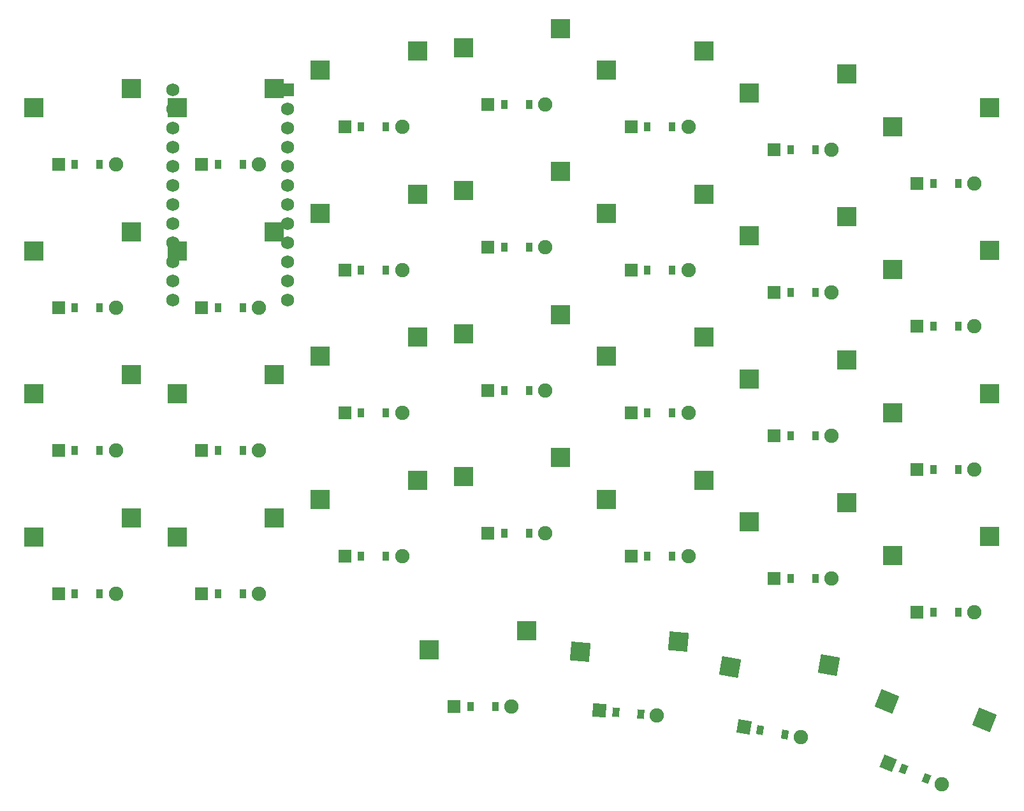
<source format=gbr>
%TF.GenerationSoftware,KiCad,Pcbnew,8.0.6*%
%TF.CreationDate,2024-11-09T22:39:55-08:00*%
%TF.ProjectId,altair,616c7461-6972-42e6-9b69-6361645f7063,v1.0.0*%
%TF.SameCoordinates,Original*%
%TF.FileFunction,Copper,L2,Bot*%
%TF.FilePolarity,Positive*%
%FSLAX46Y46*%
G04 Gerber Fmt 4.6, Leading zero omitted, Abs format (unit mm)*
G04 Created by KiCad (PCBNEW 8.0.6) date 2024-11-09 22:39:55*
%MOMM*%
%LPD*%
G01*
G04 APERTURE LIST*
G04 Aperture macros list*
%AMRotRect*
0 Rectangle, with rotation*
0 The origin of the aperture is its center*
0 $1 length*
0 $2 width*
0 $3 Rotation angle, in degrees counterclockwise*
0 Add horizontal line*
21,1,$1,$2,0,0,$3*%
G04 Aperture macros list end*
%TA.AperFunction,SMDPad,CuDef*%
%ADD10R,2.550000X2.500000*%
%TD*%
%TA.AperFunction,SMDPad,CuDef*%
%ADD11RotRect,2.550000X2.500000X355.000000*%
%TD*%
%TA.AperFunction,SMDPad,CuDef*%
%ADD12RotRect,2.550000X2.500000X350.000000*%
%TD*%
%TA.AperFunction,SMDPad,CuDef*%
%ADD13RotRect,2.550000X2.500000X338.000000*%
%TD*%
%TA.AperFunction,SMDPad,CuDef*%
%ADD14R,0.900000X1.200000*%
%TD*%
%TA.AperFunction,ComponentPad*%
%ADD15R,1.778000X1.778000*%
%TD*%
%TA.AperFunction,ComponentPad*%
%ADD16C,1.905000*%
%TD*%
%TA.AperFunction,SMDPad,CuDef*%
%ADD17RotRect,0.900000X1.200000X355.000000*%
%TD*%
%TA.AperFunction,ComponentPad*%
%ADD18RotRect,1.778000X1.778000X355.000000*%
%TD*%
%TA.AperFunction,SMDPad,CuDef*%
%ADD19RotRect,0.900000X1.200000X350.000000*%
%TD*%
%TA.AperFunction,ComponentPad*%
%ADD20RotRect,1.778000X1.778000X350.000000*%
%TD*%
%TA.AperFunction,SMDPad,CuDef*%
%ADD21RotRect,0.900000X1.200000X338.000000*%
%TD*%
%TA.AperFunction,ComponentPad*%
%ADD22RotRect,1.778000X1.778000X338.000000*%
%TD*%
%TA.AperFunction,ComponentPad*%
%ADD23R,1.752600X1.752600*%
%TD*%
%TA.AperFunction,ComponentPad*%
%ADD24C,1.752600*%
%TD*%
G04 APERTURE END LIST*
D10*
%TO.P,S1,1*%
%TO.N,N/C*%
X92915000Y-97460000D03*
%TO.P,S1,2*%
%TO.N,left_bottom*%
X105842000Y-94920000D03*
%TD*%
%TO.P,S2,1*%
%TO.N,N/C*%
X92915000Y-78460000D03*
%TO.P,S2,2*%
%TO.N,left_home*%
X105842000Y-75920000D03*
%TD*%
%TO.P,S3,1*%
%TO.N,N/C*%
X92915000Y-59460000D03*
%TO.P,S3,2*%
%TO.N,left_top*%
X105842000Y-56920000D03*
%TD*%
%TO.P,S4,1*%
%TO.N,N/C*%
X92915000Y-40460000D03*
%TO.P,S4,2*%
%TO.N,left_num*%
X105842000Y-37920000D03*
%TD*%
%TO.P,S5,1*%
%TO.N,N/C*%
X111915000Y-97460000D03*
%TO.P,S5,2*%
%TO.N,pinky_bottom*%
X124842000Y-94920000D03*
%TD*%
%TO.P,S6,1*%
%TO.N,N/C*%
X111915000Y-78460000D03*
%TO.P,S6,2*%
%TO.N,pinky_home*%
X124842000Y-75920000D03*
%TD*%
%TO.P,S7,1*%
%TO.N,N/C*%
X111915000Y-59460000D03*
%TO.P,S7,2*%
%TO.N,pinky_top*%
X124842000Y-56920000D03*
%TD*%
%TO.P,S8,1*%
%TO.N,N/C*%
X111915000Y-40460000D03*
%TO.P,S8,2*%
%TO.N,pinky_num*%
X124842000Y-37920000D03*
%TD*%
%TO.P,S9,1*%
%TO.N,N/C*%
X130915000Y-92460000D03*
%TO.P,S9,2*%
%TO.N,ring_bottom*%
X143842000Y-89920000D03*
%TD*%
%TO.P,S10,1*%
%TO.N,N/C*%
X130915000Y-73460000D03*
%TO.P,S10,2*%
%TO.N,ring_home*%
X143842000Y-70920000D03*
%TD*%
%TO.P,S11,1*%
%TO.N,N/C*%
X130915000Y-54460000D03*
%TO.P,S11,2*%
%TO.N,ring_top*%
X143842000Y-51920000D03*
%TD*%
%TO.P,S12,1*%
%TO.N,N/C*%
X130915000Y-35460000D03*
%TO.P,S12,2*%
%TO.N,ring_num*%
X143842000Y-32920000D03*
%TD*%
%TO.P,S13,1*%
%TO.N,N/C*%
X149915000Y-89460000D03*
%TO.P,S13,2*%
%TO.N,middle_bottom*%
X162842000Y-86920000D03*
%TD*%
%TO.P,S14,1*%
%TO.N,N/C*%
X149915000Y-70460000D03*
%TO.P,S14,2*%
%TO.N,middle_home*%
X162842000Y-67920000D03*
%TD*%
%TO.P,S15,1*%
%TO.N,N/C*%
X149915000Y-51460000D03*
%TO.P,S15,2*%
%TO.N,middle_top*%
X162842000Y-48920000D03*
%TD*%
%TO.P,S16,1*%
%TO.N,N/C*%
X149915000Y-32460000D03*
%TO.P,S16,2*%
%TO.N,middle_num*%
X162842000Y-29920000D03*
%TD*%
%TO.P,S17,1*%
%TO.N,N/C*%
X168915000Y-92460000D03*
%TO.P,S17,2*%
%TO.N,index_bottom*%
X181842000Y-89920000D03*
%TD*%
%TO.P,S18,1*%
%TO.N,N/C*%
X168915000Y-73460000D03*
%TO.P,S18,2*%
%TO.N,index_home*%
X181842000Y-70920000D03*
%TD*%
%TO.P,S19,1*%
%TO.N,N/C*%
X168915000Y-54460000D03*
%TO.P,S19,2*%
%TO.N,index_top*%
X181842000Y-51920000D03*
%TD*%
%TO.P,S20,1*%
%TO.N,N/C*%
X168915000Y-35460000D03*
%TO.P,S20,2*%
%TO.N,index_num*%
X181842000Y-32920000D03*
%TD*%
%TO.P,S21,1*%
%TO.N,N/C*%
X187915000Y-95460000D03*
%TO.P,S21,2*%
%TO.N,inner_bottom*%
X200842000Y-92920000D03*
%TD*%
%TO.P,S22,1*%
%TO.N,N/C*%
X187915000Y-76460000D03*
%TO.P,S22,2*%
%TO.N,inner_home*%
X200842000Y-73920000D03*
%TD*%
%TO.P,S23,1*%
%TO.N,N/C*%
X187915000Y-57460000D03*
%TO.P,S23,2*%
%TO.N,inner_top*%
X200842000Y-54920000D03*
%TD*%
%TO.P,S24,1*%
%TO.N,N/C*%
X187915000Y-38460000D03*
%TO.P,S24,2*%
%TO.N,inner_num*%
X200842000Y-35920000D03*
%TD*%
%TO.P,S25,1*%
%TO.N,N/C*%
X206915000Y-99960000D03*
%TO.P,S25,2*%
%TO.N,right_bottom*%
X219842000Y-97420000D03*
%TD*%
%TO.P,S26,1*%
%TO.N,N/C*%
X206915000Y-80960000D03*
%TO.P,S26,2*%
%TO.N,right_home*%
X219842000Y-78420000D03*
%TD*%
%TO.P,S27,1*%
%TO.N,N/C*%
X206915000Y-61960000D03*
%TO.P,S27,2*%
%TO.N,right_top*%
X219842000Y-59420000D03*
%TD*%
%TO.P,S28,1*%
%TO.N,N/C*%
X206915000Y-42960000D03*
%TO.P,S28,2*%
%TO.N,right_num*%
X219842000Y-40420000D03*
%TD*%
%TO.P,S29,1*%
%TO.N,N/C*%
X145415000Y-112460000D03*
%TO.P,S29,2*%
%TO.N,left_thumb*%
X158342000Y-109920000D03*
%TD*%
D11*
%TO.P,S30,1*%
%TO.N,N/C*%
X165409685Y-112757972D03*
%TO.P,S30,2*%
%TO.N,home_thumb*%
X178508870Y-111354300D03*
%TD*%
D12*
%TO.P,S31,1*%
%TO.N,N/C*%
X185308007Y-114754216D03*
%TO.P,S31,2*%
%TO.N,far_thumb*%
X198479684Y-114497554D03*
%TD*%
D13*
%TO.P,S32,1*%
%TO.N,N/C*%
X206170441Y-119304305D03*
%TO.P,S32,2*%
%TO.N,out_thumb*%
X219107648Y-121791798D03*
%TD*%
D14*
%TO.P,D1,2*%
%TO.N,left_bottom*%
X101650000Y-105000000D03*
%TO.P,D1,1*%
%TO.N,N/C*%
X98350000Y-105000000D03*
D15*
X96190000Y-105000000D03*
D16*
%TO.P,D1,2*%
%TO.N,left_bottom*%
X103810000Y-105000000D03*
%TD*%
D14*
%TO.P,D2,2*%
%TO.N,left_home*%
X101650000Y-86000000D03*
%TO.P,D2,1*%
%TO.N,N/C*%
X98350000Y-86000000D03*
D15*
X96190000Y-86000000D03*
D16*
%TO.P,D2,2*%
%TO.N,left_home*%
X103810000Y-86000000D03*
%TD*%
D14*
%TO.P,D3,2*%
%TO.N,left_top*%
X101650000Y-67000000D03*
%TO.P,D3,1*%
%TO.N,N/C*%
X98350000Y-67000000D03*
D15*
X96190000Y-67000000D03*
D16*
%TO.P,D3,2*%
%TO.N,left_top*%
X103810000Y-67000000D03*
%TD*%
D14*
%TO.P,D4,2*%
%TO.N,left_num*%
X101650000Y-48000000D03*
%TO.P,D4,1*%
%TO.N,N/C*%
X98350000Y-48000000D03*
D15*
X96190000Y-48000000D03*
D16*
%TO.P,D4,2*%
%TO.N,left_num*%
X103810000Y-48000000D03*
%TD*%
D14*
%TO.P,D5,2*%
%TO.N,pinky_bottom*%
X120650000Y-105000000D03*
%TO.P,D5,1*%
%TO.N,N/C*%
X117350000Y-105000000D03*
D15*
X115190000Y-105000000D03*
D16*
%TO.P,D5,2*%
%TO.N,pinky_bottom*%
X122810000Y-105000000D03*
%TD*%
D14*
%TO.P,D6,2*%
%TO.N,pinky_home*%
X120650000Y-86000000D03*
%TO.P,D6,1*%
%TO.N,N/C*%
X117350000Y-86000000D03*
D15*
X115190000Y-86000000D03*
D16*
%TO.P,D6,2*%
%TO.N,pinky_home*%
X122810000Y-86000000D03*
%TD*%
D14*
%TO.P,D7,2*%
%TO.N,pinky_top*%
X120650000Y-67000000D03*
%TO.P,D7,1*%
%TO.N,N/C*%
X117350000Y-67000000D03*
D15*
X115190000Y-67000000D03*
D16*
%TO.P,D7,2*%
%TO.N,pinky_top*%
X122810000Y-67000000D03*
%TD*%
D14*
%TO.P,D8,2*%
%TO.N,pinky_num*%
X120650000Y-48000000D03*
%TO.P,D8,1*%
%TO.N,N/C*%
X117350000Y-48000000D03*
D15*
X115190000Y-48000000D03*
D16*
%TO.P,D8,2*%
%TO.N,pinky_num*%
X122810000Y-48000000D03*
%TD*%
D14*
%TO.P,D9,2*%
%TO.N,ring_bottom*%
X139650000Y-100000000D03*
%TO.P,D9,1*%
%TO.N,N/C*%
X136350000Y-100000000D03*
D15*
X134190000Y-100000000D03*
D16*
%TO.P,D9,2*%
%TO.N,ring_bottom*%
X141810000Y-100000000D03*
%TD*%
D14*
%TO.P,D10,2*%
%TO.N,ring_home*%
X139650000Y-81000000D03*
%TO.P,D10,1*%
%TO.N,N/C*%
X136350000Y-81000000D03*
D15*
X134190000Y-81000000D03*
D16*
%TO.P,D10,2*%
%TO.N,ring_home*%
X141810000Y-81000000D03*
%TD*%
D14*
%TO.P,D11,2*%
%TO.N,ring_top*%
X139650000Y-62000000D03*
%TO.P,D11,1*%
%TO.N,N/C*%
X136350000Y-62000000D03*
D15*
X134190000Y-62000000D03*
D16*
%TO.P,D11,2*%
%TO.N,ring_top*%
X141810000Y-62000000D03*
%TD*%
D14*
%TO.P,D12,2*%
%TO.N,ring_num*%
X139650000Y-43000000D03*
%TO.P,D12,1*%
%TO.N,N/C*%
X136350000Y-43000000D03*
D15*
X134190000Y-43000000D03*
D16*
%TO.P,D12,2*%
%TO.N,ring_num*%
X141810000Y-43000000D03*
%TD*%
D14*
%TO.P,D13,2*%
%TO.N,middle_bottom*%
X158650000Y-97000000D03*
%TO.P,D13,1*%
%TO.N,N/C*%
X155350000Y-97000000D03*
D15*
X153190000Y-97000000D03*
D16*
%TO.P,D13,2*%
%TO.N,middle_bottom*%
X160810000Y-97000000D03*
%TD*%
D14*
%TO.P,D14,2*%
%TO.N,middle_home*%
X158650000Y-78000000D03*
%TO.P,D14,1*%
%TO.N,N/C*%
X155350000Y-78000000D03*
D15*
X153190000Y-78000000D03*
D16*
%TO.P,D14,2*%
%TO.N,middle_home*%
X160810000Y-78000000D03*
%TD*%
D14*
%TO.P,D15,2*%
%TO.N,middle_top*%
X158650000Y-59000000D03*
%TO.P,D15,1*%
%TO.N,N/C*%
X155350000Y-59000000D03*
D15*
X153190000Y-59000000D03*
D16*
%TO.P,D15,2*%
%TO.N,middle_top*%
X160810000Y-59000000D03*
%TD*%
D14*
%TO.P,D16,2*%
%TO.N,middle_num*%
X158650000Y-40000000D03*
%TO.P,D16,1*%
%TO.N,N/C*%
X155350000Y-40000000D03*
D15*
X153190000Y-40000000D03*
D16*
%TO.P,D16,2*%
%TO.N,middle_num*%
X160810000Y-40000000D03*
%TD*%
D14*
%TO.P,D17,2*%
%TO.N,index_bottom*%
X177650000Y-100000000D03*
%TO.P,D17,1*%
%TO.N,N/C*%
X174350000Y-100000000D03*
D15*
X172190000Y-100000000D03*
D16*
%TO.P,D17,2*%
%TO.N,index_bottom*%
X179810000Y-100000000D03*
%TD*%
D14*
%TO.P,D18,2*%
%TO.N,index_home*%
X177650000Y-81000000D03*
%TO.P,D18,1*%
%TO.N,N/C*%
X174350000Y-81000000D03*
D15*
X172190000Y-81000000D03*
D16*
%TO.P,D18,2*%
%TO.N,index_home*%
X179810000Y-81000000D03*
%TD*%
D14*
%TO.P,D19,2*%
%TO.N,index_top*%
X177650000Y-62000000D03*
%TO.P,D19,1*%
%TO.N,N/C*%
X174350000Y-62000000D03*
D15*
X172190000Y-62000000D03*
D16*
%TO.P,D19,2*%
%TO.N,index_top*%
X179810000Y-62000000D03*
%TD*%
D14*
%TO.P,D20,2*%
%TO.N,index_num*%
X177650000Y-43000000D03*
%TO.P,D20,1*%
%TO.N,N/C*%
X174350000Y-43000000D03*
D15*
X172190000Y-43000000D03*
D16*
%TO.P,D20,2*%
%TO.N,index_num*%
X179810000Y-43000000D03*
%TD*%
D14*
%TO.P,D21,2*%
%TO.N,inner_bottom*%
X196650000Y-103000000D03*
%TO.P,D21,1*%
%TO.N,N/C*%
X193350000Y-103000000D03*
D15*
X191190000Y-103000000D03*
D16*
%TO.P,D21,2*%
%TO.N,inner_bottom*%
X198810000Y-103000000D03*
%TD*%
D14*
%TO.P,D22,2*%
%TO.N,inner_home*%
X196650000Y-84000000D03*
%TO.P,D22,1*%
%TO.N,N/C*%
X193350000Y-84000000D03*
D15*
X191190000Y-84000000D03*
D16*
%TO.P,D22,2*%
%TO.N,inner_home*%
X198810000Y-84000000D03*
%TD*%
D14*
%TO.P,D23,2*%
%TO.N,inner_top*%
X196650000Y-65000000D03*
%TO.P,D23,1*%
%TO.N,N/C*%
X193350000Y-65000000D03*
D15*
X191190000Y-65000000D03*
D16*
%TO.P,D23,2*%
%TO.N,inner_top*%
X198810000Y-65000000D03*
%TD*%
D14*
%TO.P,D24,2*%
%TO.N,inner_num*%
X196650000Y-46000000D03*
%TO.P,D24,1*%
%TO.N,N/C*%
X193350000Y-46000000D03*
D15*
X191190000Y-46000000D03*
D16*
%TO.P,D24,2*%
%TO.N,inner_num*%
X198810000Y-46000000D03*
%TD*%
D14*
%TO.P,D25,2*%
%TO.N,right_bottom*%
X215650000Y-107500000D03*
%TO.P,D25,1*%
%TO.N,N/C*%
X212350000Y-107500000D03*
D15*
X210190000Y-107500000D03*
D16*
%TO.P,D25,2*%
%TO.N,right_bottom*%
X217810000Y-107500000D03*
%TD*%
D14*
%TO.P,D26,2*%
%TO.N,right_home*%
X215650000Y-88500000D03*
%TO.P,D26,1*%
%TO.N,N/C*%
X212350000Y-88500000D03*
D15*
X210190000Y-88500000D03*
D16*
%TO.P,D26,2*%
%TO.N,right_home*%
X217810000Y-88500000D03*
%TD*%
D14*
%TO.P,D27,2*%
%TO.N,right_top*%
X215650000Y-69500000D03*
%TO.P,D27,1*%
%TO.N,N/C*%
X212350000Y-69500000D03*
D15*
X210190000Y-69500000D03*
D16*
%TO.P,D27,2*%
%TO.N,right_top*%
X217810000Y-69500000D03*
%TD*%
D14*
%TO.P,D28,2*%
%TO.N,right_num*%
X215650000Y-50500000D03*
%TO.P,D28,1*%
%TO.N,N/C*%
X212350000Y-50500000D03*
D15*
X210190000Y-50500000D03*
D16*
%TO.P,D28,2*%
%TO.N,right_num*%
X217810000Y-50500000D03*
%TD*%
D14*
%TO.P,D29,2*%
%TO.N,left_thumb*%
X154150000Y-120000000D03*
%TO.P,D29,1*%
%TO.N,N/C*%
X150850000Y-120000000D03*
D15*
X148690000Y-120000000D03*
D16*
%TO.P,D29,2*%
%TO.N,left_thumb*%
X156310000Y-120000000D03*
%TD*%
D17*
%TO.P,D30,2*%
%TO.N,home_thumb*%
X173454291Y-121030586D03*
%TO.P,D30,1*%
%TO.N,N/C*%
X170166849Y-120742972D03*
D18*
X168015068Y-120554716D03*
D16*
%TO.P,D30,2*%
%TO.N,home_thumb*%
X175606072Y-121218842D03*
%TD*%
D19*
%TO.P,D31,2*%
%TO.N,far_thumb*%
X192600996Y-123696483D03*
%TO.P,D31,1*%
%TO.N,N/C*%
X189351130Y-123123445D03*
D20*
X187223945Y-122748364D03*
D16*
%TO.P,D31,2*%
%TO.N,far_thumb*%
X194728181Y-124071564D03*
%TD*%
D21*
%TO.P,D32,2*%
%TO.N,out_thumb*%
X211444858Y-129567460D03*
%TO.P,D32,1*%
%TO.N,N/C*%
X208385152Y-128331258D03*
D22*
X206382435Y-127522108D03*
D16*
%TO.P,D32,2*%
%TO.N,out_thumb*%
X213447575Y-130376610D03*
%TD*%
D23*
%TO.P,MCU1,1*%
%TO.N,RAW*%
X126620000Y-38030000D03*
D24*
%TO.P,MCU1,2*%
%TO.N,GND*%
X126620000Y-40570000D03*
%TO.P,MCU1,3*%
%TO.N,RST*%
X126620000Y-43110000D03*
%TO.P,MCU1,4*%
%TO.N,VCC*%
X126620000Y-45650000D03*
%TO.P,MCU1,5*%
%TO.N,P21*%
X126620000Y-48190000D03*
%TO.P,MCU1,6*%
%TO.N,P20*%
X126620000Y-50730000D03*
%TO.P,MCU1,7*%
%TO.N,P19*%
X126620000Y-53270000D03*
%TO.P,MCU1,8*%
%TO.N,P18*%
X126620000Y-55810000D03*
%TO.P,MCU1,9*%
%TO.N,P15*%
X126620000Y-58350000D03*
%TO.P,MCU1,10*%
%TO.N,P14*%
X126620000Y-60890000D03*
%TO.P,MCU1,11*%
%TO.N,P16*%
X126620000Y-63430000D03*
%TO.P,MCU1,12*%
%TO.N,P10*%
X126620000Y-65970000D03*
%TO.P,MCU1,13*%
%TO.N,P1*%
X111380000Y-38030000D03*
%TO.P,MCU1,14*%
%TO.N,P0*%
X111380000Y-40570000D03*
%TO.P,MCU1,15*%
%TO.N,GND*%
X111380000Y-43110000D03*
%TO.P,MCU1,16*%
X111380000Y-45650000D03*
%TO.P,MCU1,17*%
%TO.N,P2*%
X111380000Y-48190000D03*
%TO.P,MCU1,18*%
%TO.N,P3*%
X111380000Y-50730000D03*
%TO.P,MCU1,19*%
%TO.N,P4*%
X111380000Y-53270000D03*
%TO.P,MCU1,20*%
%TO.N,P5*%
X111380000Y-55810000D03*
%TO.P,MCU1,21*%
%TO.N,P6*%
X111380000Y-58350000D03*
%TO.P,MCU1,22*%
%TO.N,P7*%
X111380000Y-60890000D03*
%TO.P,MCU1,23*%
%TO.N,P8*%
X111380000Y-63430000D03*
%TO.P,MCU1,24*%
%TO.N,P9*%
X111380000Y-65970000D03*
%TD*%
M02*

</source>
